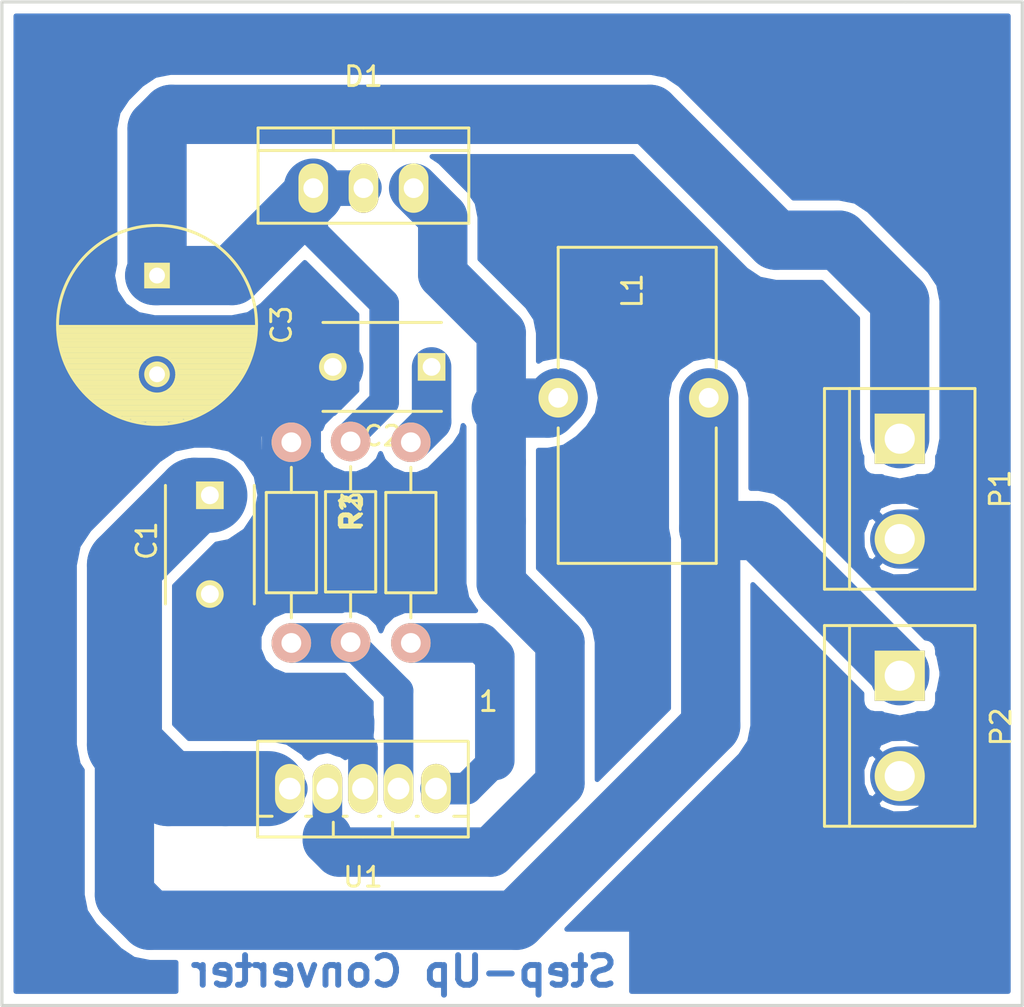
<source format=kicad_pcb>
(kicad_pcb (version 4) (host pcbnew no-vcs-found-product)

  (general
    (links 19)
    (no_connects 0)
    (area 145.474999 78.274999 197.275001 129.225001)
    (thickness 1.6)
    (drawings 15)
    (tracks 100)
    (zones 0)
    (modules 11)
    (nets 8)
  )

  (page A4)
  (title_block
    (title "Step-Up Stabilizer")
    (date 28.03.2016)
    (company LFA)
    (comment 2 "Ivanov Andrew")
  )

  (layers
    (0 F.Cu signal hide)
    (31 B.Cu signal)
    (32 B.Adhes user)
    (33 F.Adhes user hide)
    (34 B.Paste user hide)
    (35 F.Paste user hide)
    (36 B.SilkS user hide)
    (37 F.SilkS user)
    (38 B.Mask user hide)
    (39 F.Mask user hide)
    (40 Dwgs.User user hide)
    (41 Cmts.User user hide)
    (42 Eco1.User user hide)
    (43 Eco2.User user hide)
    (44 Edge.Cuts user)
    (45 Margin user hide)
    (46 B.CrtYd user hide)
    (47 F.CrtYd user hide)
    (48 B.Fab user hide)
    (49 F.Fab user hide)
  )

  (setup
    (last_trace_width 3)
    (trace_clearance 0.5)
    (zone_clearance 0.508)
    (zone_45_only no)
    (trace_min 0.2)
    (segment_width 0.2)
    (edge_width 0.15)
    (via_size 0.4)
    (via_drill 0.3)
    (via_min_size 0.4)
    (via_min_drill 0.3)
    (uvia_size 0.3)
    (uvia_drill 0.1)
    (uvias_allowed no)
    (uvia_min_size 0.2)
    (uvia_min_drill 0.1)
    (pcb_text_width 0.3)
    (pcb_text_size 1.5 1.5)
    (mod_edge_width 0.15)
    (mod_text_size 1 1)
    (mod_text_width 0.15)
    (pad_size 1.524 1.524)
    (pad_drill 0.762)
    (pad_to_mask_clearance 0.2)
    (aux_axis_origin 0 0)
    (visible_elements FFFFFF7F)
    (pcbplotparams
      (layerselection 0x03011_80000000)
      (usegerberextensions false)
      (excludeedgelayer true)
      (linewidth 0.100000)
      (plotframeref true)
      (viasonmask false)
      (mode 1)
      (useauxorigin false)
      (hpglpennumber 1)
      (hpglpenspeed 20)
      (hpglpendiameter 15)
      (hpglpenoverlay 2)
      (psnegative false)
      (psa4output false)
      (plotreference true)
      (plotvalue true)
      (plotinvisibletext false)
      (padsonsilk true)
      (subtractmaskfromsilk false)
      (outputformat 1)
      (mirror false)
      (drillshape 0)
      (scaleselection 1)
      (outputdirectory Gerbers/))
  )

  (net 0 "")
  (net 1 +5V)
  (net 2 GND)
  (net 3 "Net-(C2-Pad1)")
  (net 4 "Net-(C3-Pad1)")
  (net 5 "Net-(R1-Pad1)")
  (net 6 "Net-(R2-Pad2)")
  (net 7 "Net-(D1-Pad3)")

  (net_class Default "Это класс цепей по умолчанию."
    (clearance 0.5)
    (trace_width 3)
    (via_dia 0.4)
    (via_drill 0.3)
    (uvia_dia 0.3)
    (uvia_drill 0.1)
    (add_net +5V)
    (add_net GND)
    (add_net "Net-(C2-Pad1)")
    (add_net "Net-(C3-Pad1)")
    (add_net "Net-(D1-Pad3)")
    (add_net "Net-(R1-Pad1)")
    (add_net "Net-(R2-Pad2)")
  )

  (module Capacitors_ThroughHole:C_Disc_D6_P5 (layer F.Cu) (tedit 56FDC3AC) (tstamp 56FD9B8A)
    (at 156.075 103.325 270)
    (descr "Capacitor 6mm Disc, Pitch 5mm")
    (tags Capacitor)
    (path /56FC6066)
    (fp_text reference C1 (at 2.3 3.2 270) (layer F.SilkS)
      (effects (font (size 1 1) (thickness 0.15)))
    )
    (fp_text value C (at 2.45 0.05 270) (layer F.Fab)
      (effects (font (size 1 1) (thickness 0.15)))
    )
    (fp_line (start -0.95 -2.5) (end 5.95 -2.5) (layer F.CrtYd) (width 0.05))
    (fp_line (start 5.95 -2.5) (end 5.95 2.5) (layer F.CrtYd) (width 0.05))
    (fp_line (start 5.95 2.5) (end -0.95 2.5) (layer F.CrtYd) (width 0.05))
    (fp_line (start -0.95 2.5) (end -0.95 -2.5) (layer F.CrtYd) (width 0.05))
    (fp_line (start -0.5 -2.25) (end 5.5 -2.25) (layer F.SilkS) (width 0.15))
    (fp_line (start 5.5 2.25) (end -0.5 2.25) (layer F.SilkS) (width 0.15))
    (pad 1 thru_hole rect (at 0 0 270) (size 1.4 1.4) (drill 0.9) (layers *.Cu *.Mask F.SilkS)
      (net 1 +5V))
    (pad 2 thru_hole circle (at 5 0 270) (size 1.4 1.4) (drill 0.9) (layers *.Cu *.Mask F.SilkS)
      (net 2 GND))
    (model Capacitors_ThroughHole.3dshapes/C_Disc_D6_P5.wrl
      (at (xyz 0.0984252 0 0))
      (scale (xyz 1 1 1))
      (rotate (xyz 0 0 0))
    )
  )

  (module Capacitors_ThroughHole:C_Disc_D6_P5 (layer F.Cu) (tedit 56FDA47A) (tstamp 56FD9B90)
    (at 167.3 96.825 180)
    (descr "Capacitor 6mm Disc, Pitch 5mm")
    (tags Capacitor)
    (path /56FC60FB)
    (fp_text reference C2 (at 2.5 -3.5 180) (layer F.SilkS)
      (effects (font (size 1 1) (thickness 0.15)))
    )
    (fp_text value C (at 2.525 0.15 180) (layer F.Fab)
      (effects (font (size 1 1) (thickness 0.15)))
    )
    (fp_line (start -0.95 -2.5) (end 5.95 -2.5) (layer F.CrtYd) (width 0.05))
    (fp_line (start 5.95 -2.5) (end 5.95 2.5) (layer F.CrtYd) (width 0.05))
    (fp_line (start 5.95 2.5) (end -0.95 2.5) (layer F.CrtYd) (width 0.05))
    (fp_line (start -0.95 2.5) (end -0.95 -2.5) (layer F.CrtYd) (width 0.05))
    (fp_line (start -0.5 -2.25) (end 5.5 -2.25) (layer F.SilkS) (width 0.15))
    (fp_line (start 5.5 2.25) (end -0.5 2.25) (layer F.SilkS) (width 0.15))
    (pad 1 thru_hole rect (at 0 0 180) (size 1.4 1.4) (drill 0.9) (layers *.Cu *.Mask F.SilkS)
      (net 3 "Net-(C2-Pad1)"))
    (pad 2 thru_hole circle (at 5 0 180) (size 1.4 1.4) (drill 0.9) (layers *.Cu *.Mask F.SilkS)
      (net 2 GND))
    (model Capacitors_ThroughHole.3dshapes/C_Disc_D6_P5.wrl
      (at (xyz 0.0984252 0 0))
      (scale (xyz 1 1 1))
      (rotate (xyz 0 0 0))
    )
  )

  (module TO_SOT_Packages_THT:TO-220_Neutral123_Vertical (layer F.Cu) (tedit 56FDA473) (tstamp 56FD9B9D)
    (at 163.85 87.775)
    (descr "TO-220, Neutral, Vertical,")
    (tags "TO-220, Neutral, Vertical,")
    (path /56FD555A)
    (fp_text reference D1 (at 0 -5.65) (layer F.SilkS)
      (effects (font (size 1 1) (thickness 0.15)))
    )
    (fp_text value D_Schottky_x2_KCom_AKA (at 1.025 -4.325) (layer F.Fab)
      (effects (font (size 1 1) (thickness 0.15)))
    )
    (fp_line (start -1.524 -3.048) (end -1.524 -1.905) (layer F.SilkS) (width 0.15))
    (fp_line (start 1.524 -3.048) (end 1.524 -1.905) (layer F.SilkS) (width 0.15))
    (fp_line (start 5.334 -1.905) (end 5.334 1.778) (layer F.SilkS) (width 0.15))
    (fp_line (start 5.334 1.778) (end -5.334 1.778) (layer F.SilkS) (width 0.15))
    (fp_line (start -5.334 1.778) (end -5.334 -1.905) (layer F.SilkS) (width 0.15))
    (fp_line (start 5.334 -3.048) (end 5.334 -1.905) (layer F.SilkS) (width 0.15))
    (fp_line (start 5.334 -1.905) (end -5.334 -1.905) (layer F.SilkS) (width 0.15))
    (fp_line (start -5.334 -1.905) (end -5.334 -3.048) (layer F.SilkS) (width 0.15))
    (fp_line (start 0 -3.048) (end -5.334 -3.048) (layer F.SilkS) (width 0.15))
    (fp_line (start 0 -3.048) (end 5.334 -3.048) (layer F.SilkS) (width 0.15))
    (pad 2 thru_hole oval (at 0 0 90) (size 2.49936 1.50114) (drill 1.00076) (layers *.Cu *.Mask F.SilkS)
      (net 4 "Net-(C3-Pad1)"))
    (pad 1 thru_hole oval (at -2.54 0 90) (size 2.49936 1.50114) (drill 1.00076) (layers *.Cu *.Mask F.SilkS)
      (net 4 "Net-(C3-Pad1)"))
    (pad 3 thru_hole oval (at 2.54 0 90) (size 2.49936 1.50114) (drill 1.00076) (layers *.Cu *.Mask F.SilkS)
      (net 7 "Net-(D1-Pad3)"))
    (model TO_SOT_Packages_THT.3dshapes/TO-220_Neutral123_Vertical.wrl
      (at (xyz 0 0 0))
      (scale (xyz 0.3937 0.3937 0.3937))
      (rotate (xyz 0 0 0))
    )
  )

  (module Choke_Toroid_ThroughHole:Choke_Toroid_8x16mm_Vertical (layer F.Cu) (tedit 56FDB61A) (tstamp 56FD9BA3)
    (at 173.71 90.77 270)
    (descr "Toroid, Coil, Choke,  6,5mm x 13mm, Vertical, Inductor, Drossel, Thruhole,")
    (tags "Toroid, Coil, Choke,  6,5mm x 13mm, Vertical, Inductor, Drossel, Thruhole,")
    (path /56FC6218)
    (fp_text reference L1 (at 2.2 -3.75 270) (layer F.SilkS)
      (effects (font (size 1 1) (thickness 0.15)))
    )
    (fp_text value INDUCTOR (at 8.15 -3.85 450) (layer F.Fab)
      (effects (font (size 1 1) (thickness 0.15)))
    )
    (fp_line (start 16.002 0) (end 9.144 0) (layer F.SilkS) (width 0.15))
    (fp_line (start 0 0) (end 6.096 0) (layer F.SilkS) (width 0.15))
    (fp_line (start 6.096 -8.001) (end 0 -8.001) (layer F.SilkS) (width 0.15))
    (fp_line (start 16.002 -8.001) (end 9.144 -8.001) (layer F.SilkS) (width 0.15))
    (fp_line (start 16.002 0) (end 16.002 -8.001) (layer F.SilkS) (width 0.15))
    (fp_line (start 0 -8.001) (end 0 0) (layer F.SilkS) (width 0.15))
    (pad 1 thru_hole circle (at 7.62 0 270) (size 1.99898 1.99898) (drill 1.00076) (layers *.Cu *.Mask F.SilkS)
      (net 7 "Net-(D1-Pad3)"))
    (pad 2 thru_hole circle (at 7.62 -7.62 270) (size 1.99898 1.99898) (drill 1.00076) (layers *.Cu *.Mask F.SilkS)
      (net 1 +5V))
  )

  (module Connect:bornier2 (layer F.Cu) (tedit 0) (tstamp 56FD9BA9)
    (at 191 103 270)
    (descr "Bornier d'alimentation 2 pins")
    (tags DEV)
    (path /56FC91F6)
    (fp_text reference P1 (at 0 -5.08 270) (layer F.SilkS)
      (effects (font (size 1 1) (thickness 0.15)))
    )
    (fp_text value CONN_01X02 (at 0 5.08 270) (layer F.Fab)
      (effects (font (size 1 1) (thickness 0.15)))
    )
    (fp_line (start 5.08 2.54) (end -5.08 2.54) (layer F.SilkS) (width 0.15))
    (fp_line (start 5.08 3.81) (end 5.08 -3.81) (layer F.SilkS) (width 0.15))
    (fp_line (start 5.08 -3.81) (end -5.08 -3.81) (layer F.SilkS) (width 0.15))
    (fp_line (start -5.08 -3.81) (end -5.08 3.81) (layer F.SilkS) (width 0.15))
    (fp_line (start -5.08 3.81) (end 5.08 3.81) (layer F.SilkS) (width 0.15))
    (pad 1 thru_hole rect (at -2.54 0 270) (size 2.54 2.54) (drill 1.524) (layers *.Cu *.Mask F.SilkS)
      (net 4 "Net-(C3-Pad1)"))
    (pad 2 thru_hole circle (at 2.54 0 270) (size 2.54 2.54) (drill 1.524) (layers *.Cu *.Mask F.SilkS)
      (net 2 GND))
    (model Connect.3dshapes/bornier2.wrl
      (at (xyz 0 0 0))
      (scale (xyz 1 1 1))
      (rotate (xyz 0 0 0))
    )
  )

  (module Connect:bornier2 (layer F.Cu) (tedit 56FDC6AA) (tstamp 56FD9BAF)
    (at 191 115 270)
    (descr "Bornier d'alimentation 2 pins")
    (tags DEV)
    (path /56FC98DA)
    (fp_text reference P2 (at 0.05 -5.125 270) (layer F.SilkS)
      (effects (font (size 1 1) (thickness 0.15)))
    )
    (fp_text value CONN_01X02 (at 0 5.08 270) (layer F.Fab)
      (effects (font (size 1 1) (thickness 0.15)))
    )
    (fp_line (start 5.08 2.54) (end -5.08 2.54) (layer F.SilkS) (width 0.15))
    (fp_line (start 5.08 3.81) (end 5.08 -3.81) (layer F.SilkS) (width 0.15))
    (fp_line (start 5.08 -3.81) (end -5.08 -3.81) (layer F.SilkS) (width 0.15))
    (fp_line (start -5.08 -3.81) (end -5.08 3.81) (layer F.SilkS) (width 0.15))
    (fp_line (start -5.08 3.81) (end 5.08 3.81) (layer F.SilkS) (width 0.15))
    (pad 1 thru_hole rect (at -2.54 0 270) (size 2.54 2.54) (drill 1.524) (layers *.Cu *.Mask F.SilkS)
      (net 1 +5V))
    (pad 2 thru_hole circle (at 2.54 0 270) (size 2.54 2.54) (drill 1.524) (layers *.Cu *.Mask F.SilkS)
      (net 2 GND))
    (model Connect.3dshapes/bornier2.wrl
      (at (xyz 0 0 0))
      (scale (xyz 1 1 1))
      (rotate (xyz 0 0 0))
    )
  )

  (module Resistors_ThroughHole:Resistor_Horizontal_RM10mm (layer F.Cu) (tedit 56FDC3E4) (tstamp 56FD9BB5)
    (at 166.25 110.8 90)
    (descr "Resistor, Axial,  RM 10mm, 1/3W")
    (tags "Resistor Axial RM 10mm 1/3W")
    (path /56FC60A0)
    (fp_text reference R1 (at 6.7 -3.075 90) (layer F.SilkS)
      (effects (font (size 1 1) (thickness 0.15)))
    )
    (fp_text value R (at 3.75 0.05 90) (layer F.Fab)
      (effects (font (size 1 1) (thickness 0.15)))
    )
    (fp_line (start -1.25 -1.5) (end 11.4 -1.5) (layer F.CrtYd) (width 0.05))
    (fp_line (start -1.25 1.5) (end -1.25 -1.5) (layer F.CrtYd) (width 0.05))
    (fp_line (start 11.4 -1.5) (end 11.4 1.5) (layer F.CrtYd) (width 0.05))
    (fp_line (start -1.25 1.5) (end 11.4 1.5) (layer F.CrtYd) (width 0.05))
    (fp_line (start 2.54 -1.27) (end 7.62 -1.27) (layer F.SilkS) (width 0.15))
    (fp_line (start 7.62 -1.27) (end 7.62 1.27) (layer F.SilkS) (width 0.15))
    (fp_line (start 7.62 1.27) (end 2.54 1.27) (layer F.SilkS) (width 0.15))
    (fp_line (start 2.54 1.27) (end 2.54 -1.27) (layer F.SilkS) (width 0.15))
    (fp_line (start 2.54 0) (end 1.27 0) (layer F.SilkS) (width 0.15))
    (fp_line (start 7.62 0) (end 8.89 0) (layer F.SilkS) (width 0.15))
    (pad 1 thru_hole circle (at 0 0 90) (size 1.99898 1.99898) (drill 1.00076) (layers *.Cu *.SilkS *.Mask)
      (net 5 "Net-(R1-Pad1)"))
    (pad 2 thru_hole circle (at 10.16 0 90) (size 1.99898 1.99898) (drill 1.00076) (layers *.Cu *.SilkS *.Mask)
      (net 3 "Net-(C2-Pad1)"))
    (model Resistors_ThroughHole.3dshapes/Resistor_Horizontal_RM10mm.wrl
      (at (xyz 0.2 0 0))
      (scale (xyz 0.4 0.4 0.4))
      (rotate (xyz 0 0 0))
    )
  )

  (module Resistors_ThroughHole:Resistor_Horizontal_RM10mm (layer F.Cu) (tedit 56FDC3EA) (tstamp 56FD9BBB)
    (at 163.2 100.6 270)
    (descr "Resistor, Axial,  RM 10mm, 1/3W")
    (tags "Resistor Axial RM 10mm 1/3W")
    (path /56FC61E1)
    (fp_text reference R2 (at 3.6 -0.025 270) (layer F.SilkS)
      (effects (font (size 1 1) (thickness 0.15)))
    )
    (fp_text value R (at 6.55 -0.175 270) (layer F.Fab)
      (effects (font (size 1 1) (thickness 0.15)))
    )
    (fp_line (start -1.25 -1.5) (end 11.4 -1.5) (layer F.CrtYd) (width 0.05))
    (fp_line (start -1.25 1.5) (end -1.25 -1.5) (layer F.CrtYd) (width 0.05))
    (fp_line (start 11.4 -1.5) (end 11.4 1.5) (layer F.CrtYd) (width 0.05))
    (fp_line (start -1.25 1.5) (end 11.4 1.5) (layer F.CrtYd) (width 0.05))
    (fp_line (start 2.54 -1.27) (end 7.62 -1.27) (layer F.SilkS) (width 0.15))
    (fp_line (start 7.62 -1.27) (end 7.62 1.27) (layer F.SilkS) (width 0.15))
    (fp_line (start 7.62 1.27) (end 2.54 1.27) (layer F.SilkS) (width 0.15))
    (fp_line (start 2.54 1.27) (end 2.54 -1.27) (layer F.SilkS) (width 0.15))
    (fp_line (start 2.54 0) (end 1.27 0) (layer F.SilkS) (width 0.15))
    (fp_line (start 7.62 0) (end 8.89 0) (layer F.SilkS) (width 0.15))
    (pad 1 thru_hole circle (at 0 0 270) (size 1.99898 1.99898) (drill 1.00076) (layers *.Cu *.SilkS *.Mask)
      (net 4 "Net-(C3-Pad1)"))
    (pad 2 thru_hole circle (at 10.16 0 270) (size 1.99898 1.99898) (drill 1.00076) (layers *.Cu *.SilkS *.Mask)
      (net 6 "Net-(R2-Pad2)"))
    (model Resistors_ThroughHole.3dshapes/Resistor_Horizontal_RM10mm.wrl
      (at (xyz 0.2 0 0))
      (scale (xyz 0.4 0.4 0.4))
      (rotate (xyz 0 0 0))
    )
  )

  (module Resistors_ThroughHole:Resistor_Horizontal_RM10mm (layer F.Cu) (tedit 56FDC3D7) (tstamp 56FD9BC1)
    (at 160.2 110.8 90)
    (descr "Resistor, Axial,  RM 10mm, 1/3W")
    (tags "Resistor Axial RM 10mm 1/3W")
    (path /56FC616C)
    (fp_text reference R3 (at 6.7 3.1 90) (layer F.SilkS)
      (effects (font (size 1 1) (thickness 0.15)))
    )
    (fp_text value R (at 3.725 -0.025 90) (layer F.Fab)
      (effects (font (size 1 1) (thickness 0.15)))
    )
    (fp_line (start -1.25 -1.5) (end 11.4 -1.5) (layer F.CrtYd) (width 0.05))
    (fp_line (start -1.25 1.5) (end -1.25 -1.5) (layer F.CrtYd) (width 0.05))
    (fp_line (start 11.4 -1.5) (end 11.4 1.5) (layer F.CrtYd) (width 0.05))
    (fp_line (start -1.25 1.5) (end 11.4 1.5) (layer F.CrtYd) (width 0.05))
    (fp_line (start 2.54 -1.27) (end 7.62 -1.27) (layer F.SilkS) (width 0.15))
    (fp_line (start 7.62 -1.27) (end 7.62 1.27) (layer F.SilkS) (width 0.15))
    (fp_line (start 7.62 1.27) (end 2.54 1.27) (layer F.SilkS) (width 0.15))
    (fp_line (start 2.54 1.27) (end 2.54 -1.27) (layer F.SilkS) (width 0.15))
    (fp_line (start 2.54 0) (end 1.27 0) (layer F.SilkS) (width 0.15))
    (fp_line (start 7.62 0) (end 8.89 0) (layer F.SilkS) (width 0.15))
    (pad 1 thru_hole circle (at 0 0 90) (size 1.99898 1.99898) (drill 1.00076) (layers *.Cu *.SilkS *.Mask)
      (net 6 "Net-(R2-Pad2)"))
    (pad 2 thru_hole circle (at 10.16 0 90) (size 1.99898 1.99898) (drill 1.00076) (layers *.Cu *.SilkS *.Mask)
      (net 2 GND))
    (model Resistors_ThroughHole.3dshapes/Resistor_Horizontal_RM10mm.wrl
      (at (xyz 0.2 0 0))
      (scale (xyz 0.4 0.4 0.4))
      (rotate (xyz 0 0 0))
    )
  )

  (module TO_SOT_Packages_THT:Pentawatt_Neutral_Straight_Vertical_TO220-5-T05A (layer F.Cu) (tedit 56FD9B6F) (tstamp 56FD9BCA)
    (at 163.825 117.575 180)
    (descr Pentawatt_Neutral_Straight_Vertical_TO220-5-T05A)
    (tags Pentawatt_Neutral_Straight_Vertical_TO220-5-T05A)
    (path /56FC6CDA)
    (fp_text reference U1 (at 0 -5.08 180) (layer F.SilkS)
      (effects (font (size 1 1) (thickness 0.15)))
    )
    (fp_text value LM1577_LM1577 (at 0.05 2.75 180) (layer F.Fab)
      (effects (font (size 1 1) (thickness 0.15)))
    )
    (fp_line (start 4.59994 -1.99898) (end 5.30098 -1.99898) (layer F.SilkS) (width 0.15))
    (fp_line (start 2.60096 -1.99898) (end 2.90068 -1.99898) (layer F.SilkS) (width 0.15))
    (fp_line (start 0.8001 -1.99898) (end 1.00076 -1.99898) (layer F.SilkS) (width 0.15))
    (fp_line (start -0.89916 -1.99898) (end -0.8001 -1.99898) (layer F.SilkS) (width 0.15))
    (fp_line (start -2.79908 -1.99898) (end -2.70002 -1.99898) (layer F.SilkS) (width 0.15))
    (fp_line (start -5.30098 -1.99898) (end -4.59994 -1.99898) (layer F.SilkS) (width 0.15))
    (fp_line (start 1.50114 -2.99974) (end 1.50114 -2.30124) (layer F.SilkS) (width 0.15))
    (fp_line (start -1.50114 -2.99974) (end -1.50114 -2.30124) (layer F.SilkS) (width 0.15))
    (fp_line (start -5.30098 1.80086) (end 5.30098 1.80086) (layer F.SilkS) (width 0.15))
    (fp_text user 1 (at -6.35 3.81 180) (layer F.SilkS)
      (effects (font (size 1 1) (thickness 0.15)))
    )
    (fp_line (start 5.334 -1.905) (end 5.334 1.778) (layer F.SilkS) (width 0.15))
    (fp_line (start -5.334 1.778) (end -5.334 -1.905) (layer F.SilkS) (width 0.15))
    (fp_line (start 5.334 -3.048) (end 5.334 -1.905) (layer F.SilkS) (width 0.15))
    (fp_line (start -5.334 -1.905) (end -5.334 -3.048) (layer F.SilkS) (width 0.15))
    (fp_line (start 0 -3.048) (end -5.334 -3.048) (layer F.SilkS) (width 0.15))
    (fp_line (start 0 -3.048) (end 5.334 -3.048) (layer F.SilkS) (width 0.15))
    (pad 3 thru_hole oval (at 0 -0.59944 270) (size 2.49936 1.50114) (drill 1.09982) (layers *.Cu *.Mask F.SilkS)
      (net 2 GND))
    (pad 1 thru_hole oval (at -3.70078 -0.59944 270) (size 2.49936 1.50114) (drill 1.09982) (layers *.Cu *.Mask F.SilkS)
      (net 5 "Net-(R1-Pad1)"))
    (pad 5 thru_hole oval (at 3.70078 -0.59944 270) (size 2.49936 1.50114) (drill 1.09982) (layers *.Cu *.Mask F.SilkS)
      (net 1 +5V))
    (pad 4 thru_hole oval (at 1.80086 -0.59944 270) (size 2.49936 1.50114) (drill 1.09982) (layers *.Cu *.Mask F.SilkS)
      (net 7 "Net-(D1-Pad3)"))
    (pad 2 thru_hole oval (at -1.80086 -0.59944 270) (size 2.49936 1.50114) (drill 1.09982) (layers *.Cu *.Mask F.SilkS)
      (net 6 "Net-(R2-Pad2)"))
    (model TO_SOT_Packages_THT.3dshapes/Pentawatt_Neutral_Straight_Vertical_TO220-5-T05A.wrl
      (at (xyz 0 0 0))
      (scale (xyz 0.3937 0.3937 0.3937))
      (rotate (xyz 0 0 0))
    )
  )

  (module Capacitors_ThroughHole:C_Radial_D10_L13_P5 (layer F.Cu) (tedit 0) (tstamp 57141C05)
    (at 153.4 92.2 270)
    (descr "Radial Electrolytic Capacitor Diameter 10mm x Length 13mm, Pitch 5mm")
    (tags "Electrolytic Capacitor")
    (path /56FC62BE)
    (fp_text reference C3 (at 2.5 -6.3 270) (layer F.SilkS)
      (effects (font (size 1 1) (thickness 0.15)))
    )
    (fp_text value CP (at 2.5 6.3 270) (layer F.Fab)
      (effects (font (size 1 1) (thickness 0.15)))
    )
    (fp_line (start 2.575 -4.999) (end 2.575 4.999) (layer F.SilkS) (width 0.15))
    (fp_line (start 2.715 -4.995) (end 2.715 4.995) (layer F.SilkS) (width 0.15))
    (fp_line (start 2.855 -4.987) (end 2.855 4.987) (layer F.SilkS) (width 0.15))
    (fp_line (start 2.995 -4.975) (end 2.995 4.975) (layer F.SilkS) (width 0.15))
    (fp_line (start 3.135 -4.96) (end 3.135 4.96) (layer F.SilkS) (width 0.15))
    (fp_line (start 3.275 -4.94) (end 3.275 4.94) (layer F.SilkS) (width 0.15))
    (fp_line (start 3.415 -4.916) (end 3.415 4.916) (layer F.SilkS) (width 0.15))
    (fp_line (start 3.555 -4.887) (end 3.555 4.887) (layer F.SilkS) (width 0.15))
    (fp_line (start 3.695 -4.855) (end 3.695 4.855) (layer F.SilkS) (width 0.15))
    (fp_line (start 3.835 -4.818) (end 3.835 4.818) (layer F.SilkS) (width 0.15))
    (fp_line (start 3.975 -4.777) (end 3.975 4.777) (layer F.SilkS) (width 0.15))
    (fp_line (start 4.115 -4.732) (end 4.115 -0.466) (layer F.SilkS) (width 0.15))
    (fp_line (start 4.115 0.466) (end 4.115 4.732) (layer F.SilkS) (width 0.15))
    (fp_line (start 4.255 -4.682) (end 4.255 -0.667) (layer F.SilkS) (width 0.15))
    (fp_line (start 4.255 0.667) (end 4.255 4.682) (layer F.SilkS) (width 0.15))
    (fp_line (start 4.395 -4.627) (end 4.395 -0.796) (layer F.SilkS) (width 0.15))
    (fp_line (start 4.395 0.796) (end 4.395 4.627) (layer F.SilkS) (width 0.15))
    (fp_line (start 4.535 -4.567) (end 4.535 -0.885) (layer F.SilkS) (width 0.15))
    (fp_line (start 4.535 0.885) (end 4.535 4.567) (layer F.SilkS) (width 0.15))
    (fp_line (start 4.675 -4.502) (end 4.675 -0.946) (layer F.SilkS) (width 0.15))
    (fp_line (start 4.675 0.946) (end 4.675 4.502) (layer F.SilkS) (width 0.15))
    (fp_line (start 4.815 -4.432) (end 4.815 -0.983) (layer F.SilkS) (width 0.15))
    (fp_line (start 4.815 0.983) (end 4.815 4.432) (layer F.SilkS) (width 0.15))
    (fp_line (start 4.955 -4.356) (end 4.955 -0.999) (layer F.SilkS) (width 0.15))
    (fp_line (start 4.955 0.999) (end 4.955 4.356) (layer F.SilkS) (width 0.15))
    (fp_line (start 5.095 -4.274) (end 5.095 -0.995) (layer F.SilkS) (width 0.15))
    (fp_line (start 5.095 0.995) (end 5.095 4.274) (layer F.SilkS) (width 0.15))
    (fp_line (start 5.235 -4.186) (end 5.235 -0.972) (layer F.SilkS) (width 0.15))
    (fp_line (start 5.235 0.972) (end 5.235 4.186) (layer F.SilkS) (width 0.15))
    (fp_line (start 5.375 -4.091) (end 5.375 -0.927) (layer F.SilkS) (width 0.15))
    (fp_line (start 5.375 0.927) (end 5.375 4.091) (layer F.SilkS) (width 0.15))
    (fp_line (start 5.515 -3.989) (end 5.515 -0.857) (layer F.SilkS) (width 0.15))
    (fp_line (start 5.515 0.857) (end 5.515 3.989) (layer F.SilkS) (width 0.15))
    (fp_line (start 5.655 -3.879) (end 5.655 -0.756) (layer F.SilkS) (width 0.15))
    (fp_line (start 5.655 0.756) (end 5.655 3.879) (layer F.SilkS) (width 0.15))
    (fp_line (start 5.795 -3.761) (end 5.795 -0.607) (layer F.SilkS) (width 0.15))
    (fp_line (start 5.795 0.607) (end 5.795 3.761) (layer F.SilkS) (width 0.15))
    (fp_line (start 5.935 -3.633) (end 5.935 -0.355) (layer F.SilkS) (width 0.15))
    (fp_line (start 5.935 0.355) (end 5.935 3.633) (layer F.SilkS) (width 0.15))
    (fp_line (start 6.075 -3.496) (end 6.075 3.496) (layer F.SilkS) (width 0.15))
    (fp_line (start 6.215 -3.346) (end 6.215 3.346) (layer F.SilkS) (width 0.15))
    (fp_line (start 6.355 -3.184) (end 6.355 3.184) (layer F.SilkS) (width 0.15))
    (fp_line (start 6.495 -3.007) (end 6.495 3.007) (layer F.SilkS) (width 0.15))
    (fp_line (start 6.635 -2.811) (end 6.635 2.811) (layer F.SilkS) (width 0.15))
    (fp_line (start 6.775 -2.593) (end 6.775 2.593) (layer F.SilkS) (width 0.15))
    (fp_line (start 6.915 -2.347) (end 6.915 2.347) (layer F.SilkS) (width 0.15))
    (fp_line (start 7.055 -2.062) (end 7.055 2.062) (layer F.SilkS) (width 0.15))
    (fp_line (start 7.195 -1.72) (end 7.195 1.72) (layer F.SilkS) (width 0.15))
    (fp_line (start 7.335 -1.274) (end 7.335 1.274) (layer F.SilkS) (width 0.15))
    (fp_line (start 7.475 -0.499) (end 7.475 0.499) (layer F.SilkS) (width 0.15))
    (fp_circle (center 5 0) (end 5 -1) (layer F.SilkS) (width 0.15))
    (fp_circle (center 2.5 0) (end 2.5 -5.0375) (layer F.SilkS) (width 0.15))
    (fp_circle (center 2.5 0) (end 2.5 -5.3) (layer F.CrtYd) (width 0.05))
    (pad 1 thru_hole rect (at 0 0 270) (size 1.3 1.3) (drill 0.8) (layers *.Cu *.Mask F.SilkS)
      (net 4 "Net-(C3-Pad1)"))
    (pad 2 thru_hole circle (at 5 0 270) (size 1.3 1.3) (drill 0.8) (layers *.Cu *.Mask F.SilkS)
      (net 2 GND))
    (model Capacitors_ThroughHole.3dshapes/C_Radial_D10_L13_P5.wrl
      (at (xyz 0.0984252 0 0))
      (scale (xyz 1 1 1))
      (rotate (xyz 0 0 90))
    )
  )

  (gr_line (start 197.2 78.35) (end 191.275 78.35) (angle 90) (layer Edge.Cuts) (width 0.15))
  (gr_line (start 197.2 129.15) (end 197.2 78.35) (angle 90) (layer Edge.Cuts) (width 0.15))
  (gr_line (start 145.575 129.15) (end 197.2 129.15) (angle 90) (layer Edge.Cuts) (width 0.15))
  (gr_line (start 197.2 78.35) (end 191.125 78.35) (angle 90) (layer B.Adhes) (width 0.2))
  (gr_line (start 197.2 129.125) (end 197.2 78.35) (angle 90) (layer B.Adhes) (width 0.2))
  (gr_line (start 197.2 129.15) (end 197.2 129.125) (angle 90) (layer B.Adhes) (width 0.2))
  (gr_line (start 191.3 129.15) (end 197.2 129.15) (angle 90) (layer B.Adhes) (width 0.2))
  (gr_line (start 145.55 129.15) (end 145.55 78.35) (angle 90) (layer Edge.Cuts) (width 0.15))
  (gr_line (start 145.55 78.35) (end 191.3 78.35) (angle 90) (layer Edge.Cuts) (width 0.15))
  (gr_line (start 145.55 78.35) (end 145.9 78.35) (angle 90) (layer B.Adhes) (width 0.2))
  (gr_line (start 145.55 129.15) (end 145.55 78.35) (angle 90) (layer B.Adhes) (width 0.2))
  (gr_line (start 191.3 129.15) (end 145.55 129.15) (angle 90) (layer B.Adhes) (width 0.2))
  (gr_line (start 190.5 78.35) (end 191.3 78.35) (angle 90) (layer B.Adhes) (width 0.2))
  (gr_line (start 145.9 78.35) (end 190.5 78.35) (angle 90) (layer B.Adhes) (width 0.2))
  (gr_text "Step-Up Converter" (at 165.89248 127.42672) (layer B.Cu)
    (effects (font (size 1.5 1.5) (thickness 0.3)) (justify mirror))
  )

  (segment (start 181.33 98.39) (end 181.33 105.01) (width 3) (layer B.Cu) (net 1) (status 400000))
  (segment (start 181.33 105.01) (end 181.43 105.11) (width 3) (layer B.Cu) (net 1) (tstamp 577B9D0A))
  (segment (start 191 112.46) (end 191 112.26) (width 3) (layer B.Cu) (net 1))
  (segment (start 191 112.26) (end 183.85 105.11) (width 3) (layer B.Cu) (net 1) (tstamp 577B9A9D))
  (segment (start 183.85 105.11) (end 181.43 105.11) (width 3) (layer B.Cu) (net 1) (tstamp 577B9AA2))
  (segment (start 151.75 115.95888) (end 151.75 123.56) (width 3) (layer B.Cu) (net 1))
  (segment (start 181.43 114.99) (end 181.43 105.11) (width 3) (layer B.Cu) (net 1) (tstamp 577B9A8C))
  (segment (start 171.58 124.84) (end 181.43 114.99) (width 3) (layer B.Cu) (net 1) (tstamp 577B9A89))
  (segment (start 153.03 124.84) (end 171.58 124.84) (width 3) (layer B.Cu) (net 1) (tstamp 577B9A86))
  (segment (start 151.75 123.56) (end 153.03 124.84) (width 3) (layer B.Cu) (net 1) (tstamp 577B9A82))
  (segment (start 159.02556 118.17444) (end 156.86 118.17444) (width 3.8) (layer B.Cu) (net 1))
  (segment (start 156.86 118.17444) (end 153.96556 118.17444) (width 3.8) (layer B.Cu) (net 1) (tstamp 56FE322E))
  (segment (start 155.285 103.325) (end 156.075 103.325) (width 3.8) (layer B.Cu) (net 1) (tstamp 56FE3214))
  (segment (start 151.75 106.86) (end 155.285 103.325) (width 3.8) (layer B.Cu) (net 1) (tstamp 56FE3213))
  (segment (start 151.75 115.95888) (end 151.75 106.86) (width 3.8) (layer B.Cu) (net 1) (tstamp 56FE3211))
  (segment (start 153.96556 118.17444) (end 151.75 115.95888) (width 3.8) (layer B.Cu) (net 1) (tstamp 56FE320F))
  (segment (start 160.12422 118.17444) (end 159.02556 118.17444) (width 1.8) (layer B.Cu) (net 1))
  (segment (start 159.02556 118.17444) (end 158.98 118.22) (width 1.8) (layer B.Cu) (net 1) (tstamp 56FE31FF))
  (segment (start 156.075 103.325) (end 155.975 103.325) (width 1.8) (layer B.Cu) (net 1))
  (segment (start 160.12422 118.17444) (end 160.12422 118.02422) (width 1.5) (layer B.Cu) (net 1))
  (segment (start 195 105) (end 195 91.61) (width 3) (layer B.Cu) (net 2))
  (segment (start 148.76 97.2) (end 153.4 97.2) (width 3) (layer B.Cu) (net 2) (tstamp 577B9B0E))
  (segment (start 148.55 96.99) (end 148.76 97.2) (width 3) (layer B.Cu) (net 2) (tstamp 577B9B0B))
  (segment (start 148.55 81.44) (end 148.55 96.99) (width 3) (layer B.Cu) (net 2) (tstamp 577B9B0A))
  (segment (start 149.45 80.54) (end 148.55 81.44) (width 3) (layer B.Cu) (net 2) (tstamp 577B9B08))
  (segment (start 181.08 80.54) (end 149.45 80.54) (width 3) (layer B.Cu) (net 2) (tstamp 577B9B05))
  (segment (start 186.68 86.14) (end 181.08 80.54) (width 3) (layer B.Cu) (net 2) (tstamp 577B9B02))
  (segment (start 189.53 86.14) (end 186.68 86.14) (width 3) (layer B.Cu) (net 2) (tstamp 577B9B01))
  (segment (start 195 91.61) (end 189.53 86.14) (width 3) (layer B.Cu) (net 2) (tstamp 577B9AFF))
  (segment (start 191 117.54) (end 194.46 117.54) (width 3) (layer B.Cu) (net 2))
  (segment (start 194.46 117.54) (end 195 117) (width 3) (layer B.Cu) (net 2) (tstamp 57149A10))
  (segment (start 195 117) (end 195 105) (width 3) (layer B.Cu) (net 2) (tstamp 57149A16))
  (segment (start 194.46 105.54) (end 191 105.54) (width 3) (layer B.Cu) (net 2) (tstamp 57149A1D))
  (segment (start 195 105) (end 194.46 105.54) (width 3) (layer B.Cu) (net 2) (tstamp 57149A1B))
  (segment (start 162.3 96.825) (end 153.775 96.825) (width 3) (layer B.Cu) (net 2))
  (segment (start 153.775 96.825) (end 153.4 97.2) (width 3) (layer B.Cu) (net 2) (tstamp 5714997C))
  (segment (start 156.075 108.325) (end 156.975 108.325) (width 3) (layer B.Cu) (net 2))
  (segment (start 160.2 98.974998) (end 162.349998 96.825) (width 3) (layer B.Cu) (net 2) (tstamp 5707D79D))
  (segment (start 160.2 105.1) (end 160.2 98.974998) (width 3) (layer B.Cu) (net 2) (tstamp 5707D79C))
  (segment (start 156.975 108.325) (end 160.2 105.1) (width 3) (layer B.Cu) (net 2) (tstamp 5707D79A))
  (segment (start 162.349998 96.825) (end 162.3 96.825) (width 3) (layer B.Cu) (net 2) (tstamp 5707D7A0))
  (segment (start 156.2 114.2) (end 156.2 108.45) (width 3) (layer B.Cu) (net 2))
  (segment (start 162.9 115.1) (end 162.9 114.8) (width 3) (layer B.Cu) (net 2))
  (segment (start 163.825 116.125) (end 162.9 115.2) (width 1.5) (layer B.Cu) (net 2) (tstamp 56FE34C7))
  (segment (start 162.9 115.2) (end 162.9 115.1) (width 1.5) (layer B.Cu) (net 2) (tstamp 56FE34C9))
  (segment (start 163.825 116.125) (end 163.825 118.17444) (width 1.5) (layer B.Cu) (net 2))
  (segment (start 162.18 114.08) (end 158.81 114.08) (width 3) (layer B.Cu) (net 2) (tstamp 56FE34DC))
  (segment (start 162.9 114.8) (end 162.18 114.08) (width 3) (layer B.Cu) (net 2) (tstamp 56FE34D5))
  (segment (start 158.81 114.08) (end 158.69 114.2) (width 2.8) (layer B.Cu) (net 2) (tstamp 56FE33E3))
  (segment (start 158.69 114.2) (end 156.2 114.2) (width 2.8) (layer B.Cu) (net 2) (tstamp 56FE33E8))
  (segment (start 156.2 108.45) (end 156.075 108.325) (width 3) (layer B.Cu) (net 2) (tstamp 5707D787))
  (segment (start 160.2 100.64) (end 160.2 98.925) (width 2) (layer B.Cu) (net 2))
  (segment (start 160.2 98.925) (end 162.3 96.825) (width 2) (layer B.Cu) (net 2) (tstamp 5707D749))
  (segment (start 167.3 96.825) (end 167.3 99.59) (width 2) (layer B.Cu) (net 3))
  (segment (start 167.3 99.59) (end 166.25 100.64) (width 2) (layer B.Cu) (net 3) (tstamp 56FDB0A3))
  (segment (start 153.4 92.2) (end 153.4 84.76) (width 3) (layer B.Cu) (net 4))
  (segment (start 191 93.48) (end 191 100.46) (width 3) (layer B.Cu) (net 4) (tstamp 577B9B1E))
  (segment (start 187.93 90.41) (end 191 93.48) (width 3) (layer B.Cu) (net 4) (tstamp 577B9B1D))
  (segment (start 184.73 90.41) (end 187.93 90.41) (width 3) (layer B.Cu) (net 4) (tstamp 577B9B1C))
  (segment (start 178.360002 84.040002) (end 184.73 90.41) (width 3) (layer B.Cu) (net 4) (tstamp 577B9B19))
  (segment (start 154.119998 84.040002) (end 178.360002 84.040002) (width 3) (layer B.Cu) (net 4) (tstamp 577B9B17))
  (segment (start 153.4 84.76) (end 154.119998 84.040002) (width 3) (layer B.Cu) (net 4) (tstamp 577B9B15))
  (segment (start 161.31 87.775) (end 161.31 88.09) (width 3) (layer B.Cu) (net 4))
  (segment (start 161.31 88.09) (end 157.2 92.2) (width 3) (layer B.Cu) (net 4) (tstamp 571416E3))
  (segment (start 157.2 92.2) (end 153.281922 92.2) (width 3) (layer B.Cu) (net 4) (tstamp 571416E4))
  (segment (start 153.281922 92.2) (end 153.4 92.2) (width 3) (layer B.Cu) (net 4) (tstamp 571416E6))
  (segment (start 163.2 100.6) (end 163.2 100.3) (width 1.5) (layer B.Cu) (net 4))
  (segment (start 163.2 100.3) (end 164.9 98.6) (width 1.5) (layer B.Cu) (net 4) (tstamp 5707D704))
  (segment (start 164.9 98.6) (end 164.9 93.6) (width 1.5) (layer B.Cu) (net 4) (tstamp 5707D70A))
  (segment (start 164.9 93.6) (end 161.31 90.01) (width 1.5) (layer B.Cu) (net 4) (tstamp 5707D70B))
  (segment (start 161.31 90.01) (end 161.31 87.775) (width 1.5) (layer B.Cu) (net 4) (tstamp 5707D711))
  (segment (start 163.85 87.775) (end 161.31 87.775) (width 1.8) (layer B.Cu) (net 4))
  (segment (start 163.875 87.75) (end 163.85 87.775) (width 1.8) (layer B.Cu) (net 4) (tstamp 56FDC1F9))
  (segment (start 170.5 116.75) (end 170.5 111.5) (width 2) (layer B.Cu) (net 5))
  (segment (start 169.8 110.8) (end 166.25 110.8) (width 2) (layer B.Cu) (net 5) (tstamp 56FE39A6))
  (segment (start 170.5 111.5) (end 169.8 110.8) (width 2) (layer B.Cu) (net 5) (tstamp 56FE39A4))
  (segment (start 167.52578 118.17444) (end 169.07556 118.17444) (width 1.6) (layer B.Cu) (net 5))
  (segment (start 169.07556 118.17444) (end 170.5 116.75) (width 1.6) (layer B.Cu) (net 5) (tstamp 56FE397C))
  (segment (start 160.2 110.8) (end 163.16 110.8) (width 2) (layer B.Cu) (net 6))
  (segment (start 163.16 110.8) (end 163.2 110.76) (width 2) (layer B.Cu) (net 6) (tstamp 5707D6C5))
  (segment (start 165.62586 118.17444) (end 165.62586 113.22586) (width 1.5) (layer B.Cu) (net 6))
  (segment (start 165.62586 113.22586) (end 163.185 110.785) (width 1.5) (layer B.Cu) (net 6) (tstamp 56FDB9E0))
  (segment (start 163.185 110.785) (end 163.2 110.8) (width 2) (layer B.Cu) (net 6) (tstamp 56FDB1EA))
  (segment (start 170.82516 98.91) (end 173.19 98.91) (width 3) (layer B.Cu) (net 7) (status 800000))
  (segment (start 173.19 98.91) (end 173.71 98.39) (width 3) (layer B.Cu) (net 7) (tstamp 577B9D02) (status C00000))
  (segment (start 170.82516 101.66604) (end 170.82516 98.91) (width 2.5) (layer B.Cu) (net 7))
  (segment (start 170.82516 98.91) (end 170.82516 95.10776) (width 2.5) (layer B.Cu) (net 7) (tstamp 577B9AF2))
  (segment (start 167.86352 89.24852) (end 166.39 87.775) (width 2.5) (layer B.Cu) (net 7) (tstamp 5714065C))
  (segment (start 167.86352 92.14612) (end 167.86352 89.24852) (width 2.5) (layer B.Cu) (net 7) (tstamp 5714065B))
  (segment (start 170.82516 95.10776) (end 167.86352 92.14612) (width 2.5) (layer B.Cu) (net 7) (tstamp 5714065A))
  (segment (start 162.02414 120.60086) (end 162.02414 120.79994) (width 2.5) (layer B.Cu) (net 7))
  (segment (start 170.82516 107.79506) (end 170.82516 104.62) (width 2.5) (layer B.Cu) (net 7) (tstamp 57140653))
  (segment (start 170.82516 104.62) (end 170.82516 101.66604) (width 2.5) (layer B.Cu) (net 7) (tstamp 57149A49))
  (segment (start 173.7995 110.7694) (end 170.82516 107.79506) (width 2.5) (layer B.Cu) (net 7) (tstamp 57140652))
  (segment (start 173.7995 117.8941) (end 173.7995 110.7694) (width 2.5) (layer B.Cu) (net 7) (tstamp 5714064F))
  (segment (start 170.307 121.3866) (end 173.7995 117.8941) (width 2.5) (layer B.Cu) (net 7) (tstamp 5714064E))
  (segment (start 162.6108 121.3866) (end 170.307 121.3866) (width 2.5) (layer B.Cu) (net 7) (tstamp 5714064B))
  (segment (start 162.02414 120.79994) (end 162.6108 121.3866) (width 2.5) (layer B.Cu) (net 7) (tstamp 57140646))
  (segment (start 162.02414 118.17444) (end 162.02414 120.60086) (width 1.5) (layer B.Cu) (net 7))
  (segment (start 162.02414 120.60086) (end 161.95 120.675) (width 1.5) (layer B.Cu) (net 7) (tstamp 56FDBB0B))

  (zone (net 2) (net_name GND) (layer B.Cu) (tstamp 57149BD0) (hatch edge 0.508)
    (connect_pads (clearance 0.508))
    (min_thickness 0.254)
    (fill yes (arc_segments 16) (thermal_gap 0.508) (thermal_bridge_width 0.508))
    (polygon
      (pts
        (xy 197.2 129.15) (xy 145.55 129.125) (xy 145.55 78.4) (xy 197.2 78.35) (xy 197.2 129.15)
      )
    )
    (filled_polygon
      (pts
        (xy 196.49 128.44) (xy 177.42748 128.44) (xy 177.42748 125.29172) (xy 174.147626 125.29172) (xy 180.551569 118.887777)
        (xy 189.831828 118.887777) (xy 189.96352 119.182657) (xy 190.671036 119.454261) (xy 191.428632 119.434436) (xy 192.03648 119.182657)
        (xy 192.168172 118.887777) (xy 191 117.719605) (xy 189.831828 118.887777) (xy 180.551569 118.887777) (xy 182.22831 117.211036)
        (xy 189.085739 117.211036) (xy 189.105564 117.968632) (xy 189.357343 118.57648) (xy 189.652223 118.708172) (xy 190.820395 117.54)
        (xy 191.179605 117.54) (xy 192.347777 118.708172) (xy 192.642657 118.57648) (xy 192.914261 117.868964) (xy 192.894436 117.111368)
        (xy 192.642657 116.50352) (xy 192.347777 116.371828) (xy 191.179605 117.54) (xy 190.820395 117.54) (xy 189.652223 116.371828)
        (xy 189.357343 116.50352) (xy 189.085739 117.211036) (xy 182.22831 117.211036) (xy 182.939673 116.499673) (xy 183.145104 116.192223)
        (xy 189.831828 116.192223) (xy 191 117.360395) (xy 192.168172 116.192223) (xy 192.03648 115.897343) (xy 191.328964 115.625739)
        (xy 190.571368 115.645564) (xy 189.96352 115.897343) (xy 189.831828 116.192223) (xy 183.145104 116.192223) (xy 183.402483 115.807029)
        (xy 183.565 114.99) (xy 183.565 107.844346) (xy 189.08256 113.361906) (xy 189.08256 113.73) (xy 189.126838 113.965317)
        (xy 189.26591 114.181441) (xy 189.47811 114.326431) (xy 189.73 114.37744) (xy 190.100593 114.37744) (xy 190.182971 114.432483)
        (xy 191 114.595) (xy 191.817029 114.432483) (xy 191.899407 114.37744) (xy 192.27 114.37744) (xy 192.505317 114.333162)
        (xy 192.721441 114.19409) (xy 192.866431 113.98189) (xy 192.91744 113.73) (xy 192.91744 113.359407) (xy 192.972483 113.277029)
        (xy 193.135 112.46) (xy 193.135 112.26) (xy 192.972483 111.442971) (xy 192.91744 111.360593) (xy 192.91744 111.19)
        (xy 192.873162 110.954683) (xy 192.73409 110.738559) (xy 192.52189 110.593569) (xy 192.310008 110.550662) (xy 188.647123 106.887777)
        (xy 189.831828 106.887777) (xy 189.96352 107.182657) (xy 190.671036 107.454261) (xy 191.428632 107.434436) (xy 192.03648 107.182657)
        (xy 192.168172 106.887777) (xy 191 105.719605) (xy 189.831828 106.887777) (xy 188.647123 106.887777) (xy 186.970382 105.211036)
        (xy 189.085739 105.211036) (xy 189.105564 105.968632) (xy 189.357343 106.57648) (xy 189.652223 106.708172) (xy 190.820395 105.54)
        (xy 191.179605 105.54) (xy 192.347777 106.708172) (xy 192.642657 106.57648) (xy 192.914261 105.868964) (xy 192.894436 105.111368)
        (xy 192.642657 104.50352) (xy 192.347777 104.371828) (xy 191.179605 105.54) (xy 190.820395 105.54) (xy 189.652223 104.371828)
        (xy 189.357343 104.50352) (xy 189.085739 105.211036) (xy 186.970382 105.211036) (xy 185.951569 104.192223) (xy 189.831828 104.192223)
        (xy 191 105.360395) (xy 192.168172 104.192223) (xy 192.03648 103.897343) (xy 191.328964 103.625739) (xy 190.571368 103.645564)
        (xy 189.96352 103.897343) (xy 189.831828 104.192223) (xy 185.951569 104.192223) (xy 185.359673 103.600327) (xy 184.667029 103.137517)
        (xy 183.85 102.975) (xy 183.465 102.975) (xy 183.465 98.39) (xy 183.302483 97.572971) (xy 182.839673 96.880327)
        (xy 182.147029 96.417517) (xy 181.33 96.255) (xy 180.512971 96.417517) (xy 179.820327 96.880327) (xy 179.357517 97.572971)
        (xy 179.195 98.39) (xy 179.195 105.01) (xy 179.295 105.512734) (xy 179.295 114.105654) (xy 175.6845 117.716154)
        (xy 175.6845 110.7694) (xy 175.541013 110.048042) (xy 175.132396 109.436504) (xy 172.71016 107.014268) (xy 172.71016 101.045)
        (xy 173.19 101.045) (xy 174.007029 100.882483) (xy 174.699673 100.419673) (xy 175.219673 99.899673) (xy 175.682483 99.207029)
        (xy 175.845 98.39) (xy 175.682483 97.572971) (xy 175.219673 96.880327) (xy 174.527029 96.417517) (xy 173.71 96.255)
        (xy 172.892971 96.417517) (xy 172.71016 96.539667) (xy 172.71016 95.10776) (xy 172.566673 94.386402) (xy 172.233406 93.887633)
        (xy 172.158056 93.774863) (xy 169.74852 91.365328) (xy 169.74852 89.24852) (xy 169.605033 88.527162) (xy 169.196416 87.915624)
        (xy 167.722896 86.442104) (xy 167.323151 86.175002) (xy 177.475656 86.175002) (xy 183.220327 91.919673) (xy 183.912971 92.382483)
        (xy 184.73 92.545) (xy 187.045654 92.545) (xy 188.865 94.364346) (xy 188.865 100.46) (xy 189.027517 101.277029)
        (xy 189.08256 101.359407) (xy 189.08256 101.73) (xy 189.126838 101.965317) (xy 189.26591 102.181441) (xy 189.47811 102.326431)
        (xy 189.73 102.37744) (xy 190.100593 102.37744) (xy 190.182971 102.432483) (xy 191 102.595) (xy 191.817029 102.432483)
        (xy 191.899407 102.37744) (xy 192.27 102.37744) (xy 192.505317 102.333162) (xy 192.721441 102.19409) (xy 192.866431 101.98189)
        (xy 192.91744 101.73) (xy 192.91744 101.359407) (xy 192.972483 101.277029) (xy 193.135 100.46) (xy 193.135 93.48)
        (xy 192.972483 92.662971) (xy 192.509673 91.970327) (xy 189.439673 88.900327) (xy 188.747029 88.437517) (xy 187.93 88.275)
        (xy 185.614346 88.275) (xy 179.869675 82.530329) (xy 179.177031 82.067519) (xy 178.360002 81.905002) (xy 154.119998 81.905002)
        (xy 153.302969 82.067519) (xy 152.610325 82.530329) (xy 151.890327 83.250327) (xy 151.427517 83.942971) (xy 151.265 84.76)
        (xy 151.265 91.606381) (xy 151.146922 92.2) (xy 151.309439 93.017029) (xy 151.772249 93.709673) (xy 152.464893 94.172483)
        (xy 153.281922 94.335) (xy 157.2 94.335) (xy 158.017029 94.172483) (xy 158.709673 93.709673) (xy 160.88033 91.539016)
        (xy 163.515 94.173686) (xy 163.515 96.237293) (xy 163.471042 96.131169) (xy 163.235275 96.069331) (xy 162.479605 96.825)
        (xy 163.235275 97.580669) (xy 163.471042 97.518831) (xy 163.515 97.39398) (xy 163.515 98.026314) (xy 162.364694 99.17662)
        (xy 162.275345 99.213538) (xy 161.815154 99.672927) (xy 161.69763 99.955957) (xy 161.618965 99.766042) (xy 161.352163 99.667443)
        (xy 160.379605 100.64) (xy 161.352163 101.612557) (xy 161.618965 101.513958) (xy 161.708988 101.271625) (xy 161.813538 101.524655)
        (xy 162.272927 101.984846) (xy 162.873453 102.234206) (xy 163.523694 102.234774) (xy 164.124655 101.986462) (xy 164.584846 101.527073)
        (xy 164.716752 101.209407) (xy 164.738946 101.26312) (xy 164.739457 101.265688) (xy 164.740899 101.267846) (xy 164.863538 101.564655)
        (xy 165.092423 101.79394) (xy 165.09388 101.79612) (xy 165.096041 101.797564) (xy 165.322927 102.024846) (xy 165.622133 102.149087)
        (xy 165.624312 102.150543) (xy 165.62686 102.15105) (xy 165.923453 102.274206) (xy 166.247426 102.274489) (xy 166.25 102.275001)
        (xy 166.252551 102.274493) (xy 166.573694 102.274774) (xy 166.87312 102.151054) (xy 166.875688 102.150543) (xy 166.877846 102.149101)
        (xy 167.174655 102.026462) (xy 167.40394 101.797577) (xy 167.40612 101.79612) (xy 168.456117 100.746122) (xy 168.45612 100.74612)
        (xy 168.770039 100.276306) (xy 168.810543 100.215688) (xy 168.895111 99.790536) (xy 168.94016 99.857957) (xy 168.94016 107.79506)
        (xy 169.083647 108.516419) (xy 169.492264 109.127956) (xy 169.529308 109.165) (xy 166.25 109.165) (xy 166.247454 109.165507)
        (xy 165.926306 109.165226) (xy 165.62688 109.288946) (xy 165.624313 109.289457) (xy 165.622156 109.290898) (xy 165.325345 109.413538)
        (xy 165.09606 109.642423) (xy 165.09388 109.64388) (xy 165.092436 109.646041) (xy 164.865154 109.872927) (xy 164.740912 110.172136)
        (xy 164.739457 110.174313) (xy 164.738951 110.176859) (xy 164.733248 110.190593) (xy 164.711054 110.13688) (xy 164.710543 110.134312)
        (xy 164.709101 110.132154) (xy 164.586462 109.835345) (xy 164.357577 109.60606) (xy 164.35612 109.60388) (xy 164.353959 109.602436)
        (xy 164.127073 109.375154) (xy 163.827867 109.250913) (xy 163.825688 109.249457) (xy 163.82314 109.24895) (xy 163.526547 109.125794)
        (xy 163.202574 109.125511) (xy 163.2 109.124999) (xy 163.197449 109.125507) (xy 162.876306 109.125226) (xy 162.780046 109.165)
        (xy 160.2 109.165) (xy 160.197454 109.165507) (xy 159.876306 109.165226) (xy 159.57688 109.288946) (xy 159.574313 109.289457)
        (xy 159.572156 109.290898) (xy 159.275345 109.413538) (xy 159.04606 109.642423) (xy 159.04388 109.64388) (xy 159.042436 109.646041)
        (xy 158.815154 109.872927) (xy 158.690912 110.172136) (xy 158.689457 110.174313) (xy 158.688951 110.176859) (xy 158.565794 110.473453)
        (xy 158.565511 110.797431) (xy 158.565 110.8) (xy 158.565507 110.802546) (xy 158.565226 111.123694) (xy 158.688946 111.42312)
        (xy 158.689457 111.425687) (xy 158.690898 111.427844) (xy 158.813538 111.724655) (xy 159.042423 111.95394) (xy 159.04388 111.95612)
        (xy 159.046041 111.957564) (xy 159.272927 112.184846) (xy 159.572136 112.309088) (xy 159.574313 112.310543) (xy 159.576859 112.311049)
        (xy 159.873453 112.434206) (xy 160.197431 112.434489) (xy 160.2 112.435) (xy 162.876314 112.435) (xy 164.24086 113.799546)
        (xy 164.24086 116.348236) (xy 164.237903 116.34663) (xy 164.166275 116.332447) (xy 163.952 116.455101) (xy 163.952 118.04744)
        (xy 163.972 118.04744) (xy 163.972 118.30144) (xy 163.952 118.30144) (xy 163.952 118.32144) (xy 163.698 118.32144)
        (xy 163.698 118.30144) (xy 163.678 118.30144) (xy 163.678 118.04744) (xy 163.698 118.04744) (xy 163.698 116.455101)
        (xy 163.483725 116.332447) (xy 163.412097 116.34663) (xy 162.935056 116.605782) (xy 162.931438 116.610252) (xy 162.554375 116.358307)
        (xy 162.02414 116.252837) (xy 161.493905 116.358307) (xy 161.07418 116.638759) (xy 160.921539 116.536767) (xy 160.818076 116.381924)
        (xy 159.995663 115.832405) (xy 159.02556 115.63944) (xy 155.015592 115.63944) (xy 154.285 114.908848) (xy 154.285 109.260275)
        (xy 155.319331 109.260275) (xy 155.381169 109.496042) (xy 155.882122 109.672419) (xy 156.41244 109.643664) (xy 156.768831 109.496042)
        (xy 156.830669 109.260275) (xy 156.075 108.504605) (xy 155.319331 109.260275) (xy 154.285 109.260275) (xy 154.285 108.132122)
        (xy 154.727581 108.132122) (xy 154.756336 108.66244) (xy 154.903958 109.018831) (xy 155.139725 109.080669) (xy 155.895395 108.325)
        (xy 156.254605 108.325) (xy 157.010275 109.080669) (xy 157.246042 109.018831) (xy 157.422419 108.517878) (xy 157.393664 107.98756)
        (xy 157.246042 107.631169) (xy 157.010275 107.569331) (xy 156.254605 108.325) (xy 155.895395 108.325) (xy 155.139725 107.569331)
        (xy 154.903958 107.631169) (xy 154.727581 108.132122) (xy 154.285 108.132122) (xy 154.285 107.910032) (xy 154.805307 107.389725)
        (xy 155.319331 107.389725) (xy 156.075 108.145395) (xy 156.830669 107.389725) (xy 156.768831 107.153958) (xy 156.267878 106.977581)
        (xy 155.73756 107.006336) (xy 155.381169 107.153958) (xy 155.319331 107.389725) (xy 154.805307 107.389725) (xy 156.399598 105.795434)
        (xy 157.045103 105.667035) (xy 157.867516 105.117516) (xy 158.417035 104.295103) (xy 158.61 103.325) (xy 158.417035 102.354897)
        (xy 158.041029 101.792163) (xy 159.227443 101.792163) (xy 159.326042 102.058965) (xy 159.935582 102.285401) (xy 160.585377 102.261341)
        (xy 161.073958 102.058965) (xy 161.172557 101.792163) (xy 160.2 100.819605) (xy 159.227443 101.792163) (xy 158.041029 101.792163)
        (xy 157.867516 101.532484) (xy 157.045103 100.982965) (xy 156.075 100.79) (xy 155.285 100.79) (xy 154.314897 100.982965)
        (xy 153.52021 101.513958) (xy 153.492484 101.532484) (xy 149.957484 105.067484) (xy 149.407965 105.889897) (xy 149.215 106.86)
        (xy 149.215 115.95888) (xy 149.407965 116.928983) (xy 149.615 117.238833) (xy 149.615 123.56) (xy 149.777517 124.377029)
        (xy 150.240327 125.069673) (xy 151.520327 126.349673) (xy 152.21297 126.812483) (xy 153.03 126.975) (xy 154.357481 126.975)
        (xy 154.357481 128.44) (xy 146.26 128.44) (xy 146.26 100.375582) (xy 158.554599 100.375582) (xy 158.578659 101.025377)
        (xy 158.781035 101.513958) (xy 159.047837 101.612557) (xy 160.020395 100.64) (xy 159.047837 99.667443) (xy 158.781035 99.766042)
        (xy 158.554599 100.375582) (xy 146.26 100.375582) (xy 146.26 99.487837) (xy 159.227443 99.487837) (xy 160.2 100.460395)
        (xy 161.172557 99.487837) (xy 161.073958 99.221035) (xy 160.464418 98.994599) (xy 159.814623 99.018659) (xy 159.326042 99.221035)
        (xy 159.227443 99.487837) (xy 146.26 99.487837) (xy 146.26 98.099016) (xy 152.68059 98.099016) (xy 152.736271 98.329611)
        (xy 153.219078 98.497622) (xy 153.729428 98.468083) (xy 154.063729 98.329611) (xy 154.11941 98.099016) (xy 153.4 97.379605)
        (xy 152.68059 98.099016) (xy 146.26 98.099016) (xy 146.26 97.019078) (xy 152.102378 97.019078) (xy 152.131917 97.529428)
        (xy 152.270389 97.863729) (xy 152.500984 97.91941) (xy 153.220395 97.2) (xy 153.579605 97.2) (xy 154.299016 97.91941)
        (xy 154.529611 97.863729) (xy 154.565611 97.760275) (xy 161.544331 97.760275) (xy 161.606169 97.996042) (xy 162.107122 98.172419)
        (xy 162.63744 98.143664) (xy 162.993831 97.996042) (xy 163.055669 97.760275) (xy 162.3 97.004605) (xy 161.544331 97.760275)
        (xy 154.565611 97.760275) (xy 154.697622 97.380922) (xy 154.668083 96.870572) (xy 154.569314 96.632122) (xy 160.952581 96.632122)
        (xy 160.981336 97.16244) (xy 161.128958 97.518831) (xy 161.364725 97.580669) (xy 162.120395 96.825) (xy 161.364725 96.069331)
        (xy 161.128958 96.131169) (xy 160.952581 96.632122) (xy 154.569314 96.632122) (xy 154.529611 96.536271) (xy 154.299016 96.48059)
        (xy 153.579605 97.2) (xy 153.220395 97.2) (xy 152.500984 96.48059) (xy 152.270389 96.536271) (xy 152.102378 97.019078)
        (xy 146.26 97.019078) (xy 146.26 96.300984) (xy 152.68059 96.300984) (xy 153.4 97.020395) (xy 154.11941 96.300984)
        (xy 154.063729 96.070389) (xy 153.580922 95.902378) (xy 153.070572 95.931917) (xy 152.736271 96.070389) (xy 152.68059 96.300984)
        (xy 146.26 96.300984) (xy 146.26 95.889725) (xy 161.544331 95.889725) (xy 162.3 96.645395) (xy 163.055669 95.889725)
        (xy 162.993831 95.653958) (xy 162.492878 95.477581) (xy 161.96256 95.506336) (xy 161.606169 95.653958) (xy 161.544331 95.889725)
        (xy 146.26 95.889725) (xy 146.26 79.06) (xy 196.49 79.06)
      )
    )
  )
)

</source>
